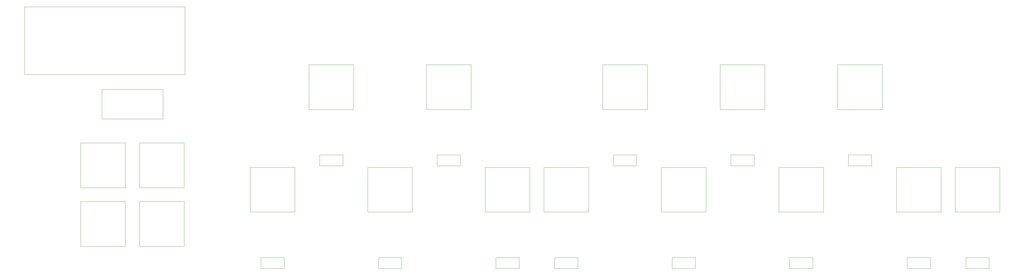
<source format=gbr>
G04 #@! TF.GenerationSoftware,KiCad,Pcbnew,8.0.3*
G04 #@! TF.CreationDate,2024-07-07T23:06:26-07:00*
G04 #@! TF.ProjectId,melokey,6d656c6f-6b65-4792-9e6b-696361645f70,rev?*
G04 #@! TF.SameCoordinates,Original*
G04 #@! TF.FileFunction,Other,User*
%FSLAX46Y46*%
G04 Gerber Fmt 4.6, Leading zero omitted, Abs format (unit mm)*
G04 Created by KiCad (PCBNEW 8.0.3) date 2024-07-07 23:06:26*
%MOMM*%
%LPD*%
G01*
G04 APERTURE LIST*
%ADD10C,0.050000*%
%ADD11C,0.120000*%
G04 APERTURE END LIST*
D10*
G04 #@! TO.C,SW9*
X149753750Y-164517500D02*
X149753750Y-179017500D01*
X149753750Y-179017500D02*
X164253750Y-179017500D01*
X164253750Y-164517500D02*
X149753750Y-164517500D01*
X164253750Y-179017500D02*
X164253750Y-164517500D01*
G04 #@! TO.C,SW17*
X94826250Y-208968750D02*
X94826250Y-223468750D01*
X94826250Y-223468750D02*
X109326250Y-223468750D01*
X109326250Y-208968750D02*
X94826250Y-208968750D01*
X109326250Y-223468750D02*
X109326250Y-208968750D01*
G04 #@! TO.C,D25*
X362803750Y-227167500D02*
X362803750Y-230667500D01*
X362803750Y-230667500D02*
X370303750Y-230667500D01*
X370303750Y-227167500D02*
X362803750Y-227167500D01*
X370303750Y-230667500D02*
X370303750Y-227167500D01*
G04 #@! TO.C,SW8*
X359303750Y-197855000D02*
X359303750Y-212355000D01*
X359303750Y-212355000D02*
X373803750Y-212355000D01*
X373803750Y-197855000D02*
X359303750Y-197855000D01*
X373803750Y-212355000D02*
X373803750Y-197855000D01*
G04 #@! TO.C,D20*
X210403750Y-227167500D02*
X210403750Y-230667500D01*
X210403750Y-230667500D02*
X217903750Y-230667500D01*
X217903750Y-227167500D02*
X210403750Y-227167500D01*
X217903750Y-230667500D02*
X217903750Y-227167500D01*
G04 #@! TO.C,D29*
X286603750Y-193830000D02*
X286603750Y-197330000D01*
X286603750Y-197330000D02*
X294103750Y-197330000D01*
X294103750Y-193830000D02*
X286603750Y-193830000D01*
X294103750Y-197330000D02*
X294103750Y-193830000D01*
G04 #@! TO.C,SW2*
X168803750Y-197855000D02*
X168803750Y-212355000D01*
X168803750Y-212355000D02*
X183303750Y-212355000D01*
X183303750Y-197855000D02*
X168803750Y-197855000D01*
X183303750Y-212355000D02*
X183303750Y-197855000D01*
G04 #@! TO.C,SW13*
X321203750Y-164517500D02*
X321203750Y-179017500D01*
X321203750Y-179017500D02*
X335703750Y-179017500D01*
X335703750Y-164517500D02*
X321203750Y-164517500D01*
X335703750Y-179017500D02*
X335703750Y-164517500D01*
G04 #@! TO.C,D21*
X229453750Y-227167500D02*
X229453750Y-230667500D01*
X229453750Y-230667500D02*
X236953750Y-230667500D01*
X236953750Y-227167500D02*
X229453750Y-227167500D01*
X236953750Y-230667500D02*
X236953750Y-227167500D01*
G04 #@! TO.C,D30*
X324703750Y-193830000D02*
X324703750Y-197330000D01*
X324703750Y-197330000D02*
X332203750Y-197330000D01*
X332203750Y-193830000D02*
X324703750Y-193830000D01*
X332203750Y-197330000D02*
X332203750Y-193830000D01*
G04 #@! TO.C,SW10*
X187853750Y-164517500D02*
X187853750Y-179017500D01*
X187853750Y-179017500D02*
X202353750Y-179017500D01*
X202353750Y-164517500D02*
X187853750Y-164517500D01*
X202353750Y-179017500D02*
X202353750Y-164517500D01*
G04 #@! TO.C,SW16*
X75776250Y-208968750D02*
X75776250Y-223468750D01*
X75776250Y-223468750D02*
X90276250Y-223468750D01*
X90276250Y-208968750D02*
X75776250Y-208968750D01*
X90276250Y-223468750D02*
X90276250Y-208968750D01*
G04 #@! TO.C,SW15*
X94826250Y-189918750D02*
X94826250Y-204418750D01*
X94826250Y-204418750D02*
X109326250Y-204418750D01*
X109326250Y-189918750D02*
X94826250Y-189918750D01*
X109326250Y-204418750D02*
X109326250Y-189918750D01*
G04 #@! TO.C,D23*
X305653750Y-227167500D02*
X305653750Y-230667500D01*
X305653750Y-230667500D02*
X313153750Y-230667500D01*
X313153750Y-227167500D02*
X305653750Y-227167500D01*
X313153750Y-230667500D02*
X313153750Y-227167500D01*
G04 #@! TO.C,SW12*
X283103750Y-164517500D02*
X283103750Y-179017500D01*
X283103750Y-179017500D02*
X297603750Y-179017500D01*
X297603750Y-164517500D02*
X283103750Y-164517500D01*
X297603750Y-179017500D02*
X297603750Y-164517500D01*
G04 #@! TO.C,SW3*
X206903750Y-197855000D02*
X206903750Y-212355000D01*
X206903750Y-212355000D02*
X221403750Y-212355000D01*
X221403750Y-197855000D02*
X206903750Y-197855000D01*
X221403750Y-212355000D02*
X221403750Y-197855000D01*
G04 #@! TO.C,SW7*
X340253750Y-197855000D02*
X340253750Y-212355000D01*
X340253750Y-212355000D02*
X354753750Y-212355000D01*
X354753750Y-197855000D02*
X340253750Y-197855000D01*
X354753750Y-212355000D02*
X354753750Y-197855000D01*
G04 #@! TO.C,D28*
X248503750Y-193830000D02*
X248503750Y-197330000D01*
X248503750Y-197330000D02*
X256003750Y-197330000D01*
X256003750Y-193830000D02*
X248503750Y-193830000D01*
X256003750Y-197330000D02*
X256003750Y-193830000D01*
G04 #@! TO.C,D19*
X172303750Y-227167500D02*
X172303750Y-230667500D01*
X172303750Y-230667500D02*
X179803750Y-230667500D01*
X179803750Y-227167500D02*
X172303750Y-227167500D01*
X179803750Y-230667500D02*
X179803750Y-227167500D01*
G04 #@! TO.C,U2*
X82648750Y-172536250D02*
X82648750Y-182116250D01*
X82648750Y-182116250D02*
X102453750Y-182116250D01*
X102453750Y-172536250D02*
X82648750Y-172536250D01*
X102453750Y-182116250D02*
X102453750Y-172536250D01*
G04 #@! TO.C,SW1*
X130703750Y-197855000D02*
X130703750Y-212355000D01*
X130703750Y-212355000D02*
X145203750Y-212355000D01*
X145203750Y-197855000D02*
X130703750Y-197855000D01*
X145203750Y-212355000D02*
X145203750Y-197855000D01*
G04 #@! TO.C,D26*
X153253750Y-193830000D02*
X153253750Y-197330000D01*
X153253750Y-197330000D02*
X160753750Y-197330000D01*
X160753750Y-193830000D02*
X153253750Y-193830000D01*
X160753750Y-197330000D02*
X160753750Y-193830000D01*
G04 #@! TO.C,D27*
X191353750Y-193830000D02*
X191353750Y-197330000D01*
X191353750Y-197330000D02*
X198853750Y-197330000D01*
X198853750Y-193830000D02*
X191353750Y-193830000D01*
X198853750Y-197330000D02*
X198853750Y-193830000D01*
G04 #@! TO.C,SW4*
X225953750Y-197855000D02*
X225953750Y-212355000D01*
X225953750Y-212355000D02*
X240453750Y-212355000D01*
X240453750Y-197855000D02*
X225953750Y-197855000D01*
X240453750Y-212355000D02*
X240453750Y-197855000D01*
G04 #@! TO.C,D22*
X267553750Y-227167500D02*
X267553750Y-230667500D01*
X267553750Y-230667500D02*
X275053750Y-230667500D01*
X275053750Y-227167500D02*
X267553750Y-227167500D01*
X275053750Y-230667500D02*
X275053750Y-227167500D01*
D11*
G04 #@! TO.C,U1*
X57588750Y-145687500D02*
X109588750Y-145687500D01*
X57588750Y-167687500D02*
X57588750Y-145687500D01*
X109588750Y-145687500D02*
X109588750Y-167687500D01*
X109588750Y-167687500D02*
X57588750Y-167687500D01*
D10*
G04 #@! TO.C,D18*
X134203750Y-227167500D02*
X134203750Y-230667500D01*
X134203750Y-230667500D02*
X141703750Y-230667500D01*
X141703750Y-227167500D02*
X134203750Y-227167500D01*
X141703750Y-230667500D02*
X141703750Y-227167500D01*
G04 #@! TO.C,SW6*
X302153750Y-197855000D02*
X302153750Y-212355000D01*
X302153750Y-212355000D02*
X316653750Y-212355000D01*
X316653750Y-197855000D02*
X302153750Y-197855000D01*
X316653750Y-212355000D02*
X316653750Y-197855000D01*
G04 #@! TO.C,SW5*
X264053750Y-197855000D02*
X264053750Y-212355000D01*
X264053750Y-212355000D02*
X278553750Y-212355000D01*
X278553750Y-197855000D02*
X264053750Y-197855000D01*
X278553750Y-212355000D02*
X278553750Y-197855000D01*
G04 #@! TO.C,D24*
X343753750Y-227167500D02*
X343753750Y-230667500D01*
X343753750Y-230667500D02*
X351253750Y-230667500D01*
X351253750Y-227167500D02*
X343753750Y-227167500D01*
X351253750Y-230667500D02*
X351253750Y-227167500D01*
G04 #@! TO.C,SW14*
X75776250Y-189918750D02*
X75776250Y-204418750D01*
X75776250Y-204418750D02*
X90276250Y-204418750D01*
X90276250Y-189918750D02*
X75776250Y-189918750D01*
X90276250Y-204418750D02*
X90276250Y-189918750D01*
G04 #@! TO.C,SW11*
X245003750Y-164517500D02*
X245003750Y-179017500D01*
X245003750Y-179017500D02*
X259503750Y-179017500D01*
X259503750Y-164517500D02*
X245003750Y-164517500D01*
X259503750Y-179017500D02*
X259503750Y-164517500D01*
G04 #@! TD*
M02*

</source>
